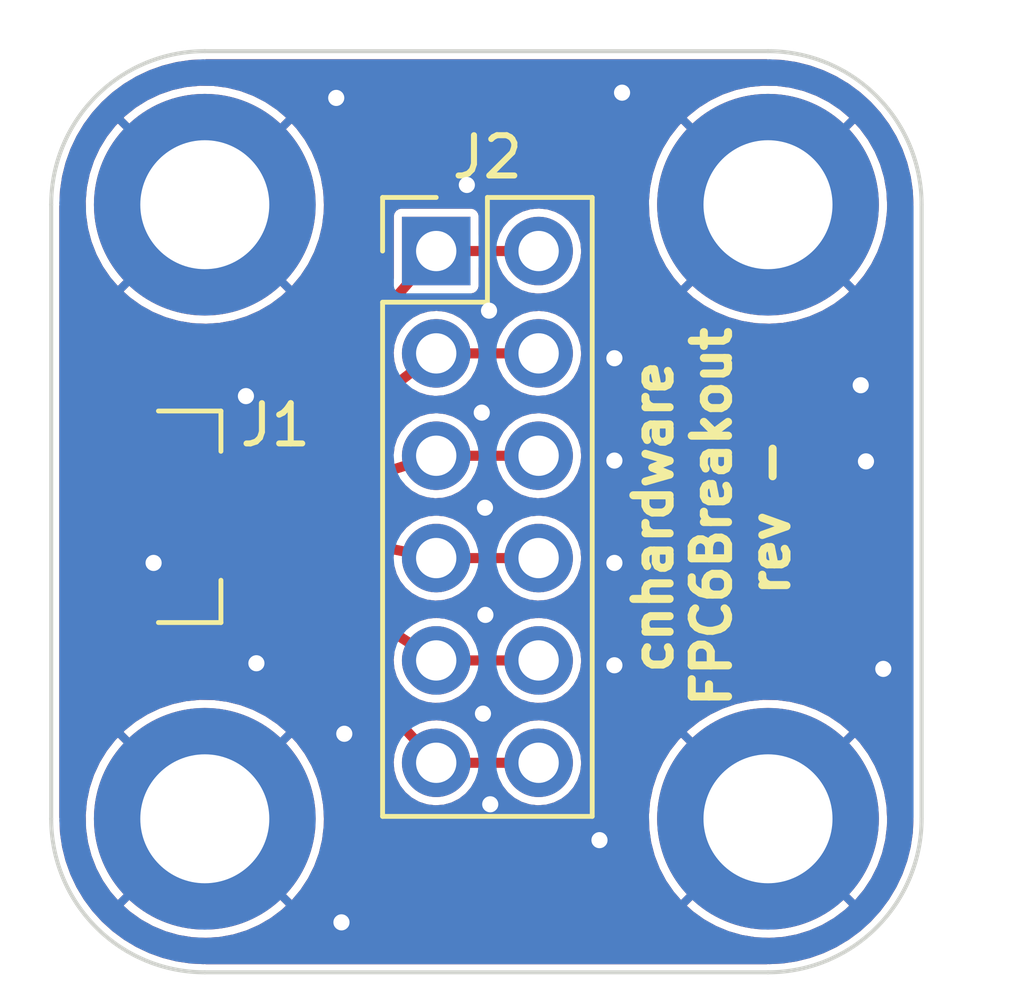
<source format=kicad_pcb>
(kicad_pcb (version 20211014) (generator pcbnew)
  (layers (0 "F.Cu" signal) (31 "B.Cu" signal) (34 "B.Paste" user) (35 "F.Paste" user) (36 "B.SilkS" user "B.Silkscreen") (37 "F.SilkS" user "F.Silkscreen") (38 "B.Mask" user) (39 "F.Mask" user) (44 "Edge.Cuts" user))
  (net 0 "")
  (net 1 "GND")
  (net 2 "Net-(J1-Pad1)")
  (net 3 "Net-(J1-Pad2)")
  (net 4 "Net-(J1-Pad3)")
  (net 5 "Net-(J1-Pad4)")
  (net 6 "Net-(J1-Pad5)")
  (net 7 "Net-(J1-Pad6)")
  (footprint "XCB-FPC-DS-06-0.5mm:XCB-FPC-DS-06-0.5mm" (layer "F.Cu") (at 47.88 52.17 -90)
    (fp_text reference "J1" (at -2.25 -3.4 unlocked) (layer "F.SilkS"))
    (fp_text value "~")
    (fp_line (start 1.6 -2.05) (end 2.65 -2.05) (layer "F.SilkS") (width 0.12))
    (fp_line (start 2.65 -2.05) (end 2.65 -0.5) (layer "F.SilkS") (width 0.12))
    (fp_line (start -2.6 -2.05) (end -1.6 -2.05) (layer "F.SilkS") (width 0.12))
    (fp_line (start -2.6 -0.5) (end -2.6 -2.05) (layer "F.SilkS") (width 0.12))
    (pad "1" smd roundrect (at -1.25 -2.05 90) (size 0.27 0.9) (layers "F.Cu" "F.Paste" "F.Mask") (roundrect_rratio 0.1) (net 2 "Net-(J1-Pad1)"))
    (pad "2" smd roundrect (at -0.75 -2.05 90) (size 0.27 0.9) (layers "F.Cu" "F.Paste" "F.Mask") (roundrect_rratio 0.1) (net 3 "Net-(J1-Pad2)"))
    (pad "3" smd roundrect (at -0.25 -2.05 90) (size 0.27 0.9) (layers "F.Cu" "F.Paste" "F.Mask") (roundrect_rratio 0.1) (net 4 "Net-(J1-Pad3)"))
    (pad "4" smd roundrect (at 0.25 -2.05 90) (size 0.27 0.9) (layers "F.Cu" "F.Paste" "F.Mask") (roundrect_rratio 0.1) (net 5 "Net-(J1-Pad4)"))
    (pad "5" smd roundrect (at 0.75 -2.05 90) (size 0.27 0.9) (layers "F.Cu" "F.Paste" "F.Mask") (roundrect_rratio 0.1) (net 6 "Net-(J1-Pad5)"))
    (pad "6" smd roundrect (at 1.25 -2.05 90) (size 0.27 0.9) (layers "F.Cu" "F.Paste" "F.Mask") (roundrect_rratio 0.1) (net 7 "Net-(J1-Pad6)"))
    (pad "7" smd roundrect (at 2.25 0.1 90) (size 0.4 0.8) (layers "F.Cu" "F.Paste" "F.Mask") (roundrect_rratio 0.1) (net 1 "GND"))
    (pad "7" smd roundrect (at -2.25 0.1 90) (size 0.4 0.8) (layers "F.Cu" "F.Paste" "F.Mask") (roundrect_rratio 0.1) (net 1 "GND"))
  )
  (footprint "MountingHole:MountingHole_3.2mm_M3_ISO14580_Pad" (layer "F.Cu") (at 49.53 44.45)
    (fp_text reference "H4" hide)
    (fp_text value "~")
    (pad "1" thru_hole circle (at 0 0) (size 5.5 5.5) (drill 3.2) (layers *.Cu *.Mask) (net 1 "GND"))
  )
  (footprint "MountingHole:MountingHole_3.2mm_M3_ISO14580_Pad" (layer "F.Cu") (at 49.53 59.69)
    (fp_text reference "H1" hide)
    (fp_text value "~")
    (pad "1" thru_hole circle (at 0 0) (size 5.5 5.5) (drill 3.2) (layers *.Cu *.Mask) (net 1 "GND"))
  )
  (footprint "Connector_PinHeader_2.54mm:PinHeader_2x06_P2.54mm_Vertical" (layer "F.Cu") (at 55.27 45.6)
    (fp_text reference "J2" (at 1.27 -2.33) (layer "F.SilkS"))
    (fp_text value "~")
    (fp_line (start -1.33 1.27) (end 1.27 1.27) (layer "F.SilkS") (width 0.12))
    (fp_line (start 3.87 -1.33) (end 3.87 14.03) (layer "F.SilkS") (width 0.12))
    (fp_line (start 1.27 -1.33) (end 3.87 -1.33) (layer "F.SilkS") (width 0.12))
    (fp_line (start 1.27 1.27) (end 1.27 -1.33) (layer "F.SilkS") (width 0.12))
    (fp_line (start -1.33 0) (end -1.33 -1.33) (layer "F.SilkS") (width 0.12))
    (fp_line (start -1.33 1.27) (end -1.33 14.03) (layer "F.SilkS") (width 0.12))
    (fp_line (start -1.33 -1.33) (end 0 -1.33) (layer "F.SilkS") (width 0.12))
    (fp_line (start -1.33 14.03) (end 3.87 14.03) (layer "F.SilkS") (width 0.12))
    (pad "1" thru_hole rect (at 0 0) (size 1.7 1.7) (drill 1) (layers *.Cu *.Mask) (net 2 "Net-(J1-Pad1)"))
    (pad "2" thru_hole oval (at 2.54 0) (size 1.7 1.7) (drill 1) (layers *.Cu *.Mask) (net 2 "Net-(J1-Pad1)"))
    (pad "3" thru_hole oval (at 0 2.54) (size 1.7 1.7) (drill 1) (layers *.Cu *.Mask) (net 3 "Net-(J1-Pad2)"))
    (pad "4" thru_hole oval (at 2.54 2.54) (size 1.7 1.7) (drill 1) (layers *.Cu *.Mask) (net 3 "Net-(J1-Pad2)"))
    (pad "5" thru_hole oval (at 0 5.08) (size 1.7 1.7) (drill 1) (layers *.Cu *.Mask) (net 4 "Net-(J1-Pad3)"))
    (pad "6" thru_hole oval (at 2.54 5.08) (size 1.7 1.7) (drill 1) (layers *.Cu *.Mask) (net 4 "Net-(J1-Pad3)"))
    (pad "7" thru_hole oval (at 0 7.62) (size 1.7 1.7) (drill 1) (layers *.Cu *.Mask) (net 5 "Net-(J1-Pad4)"))
    (pad "8" thru_hole oval (at 2.54 7.62) (size 1.7 1.7) (drill 1) (layers *.Cu *.Mask) (net 5 "Net-(J1-Pad4)"))
    (pad "9" thru_hole oval (at 0 10.16) (size 1.7 1.7) (drill 1) (layers *.Cu *.Mask) (net 6 "Net-(J1-Pad5)"))
    (pad "10" thru_hole oval (at 2.54 10.16) (size 1.7 1.7) (drill 1) (layers *.Cu *.Mask) (net 6 "Net-(J1-Pad5)"))
    (pad "11" thru_hole oval (at 0 12.7) (size 1.7 1.7) (drill 1) (layers *.Cu *.Mask) (net 7 "Net-(J1-Pad6)"))
    (pad "12" thru_hole oval (at 2.54 12.7) (size 1.7 1.7) (drill 1) (layers *.Cu *.Mask) (net 7 "Net-(J1-Pad6)"))
  )
  (footprint "MountingHole:MountingHole_3.2mm_M3_ISO14580_Pad" (layer "F.Cu") (at 63.5 59.69)
    (fp_text reference "H2" hide)
    (fp_text value "~")
    (pad "1" thru_hole circle (at 0 0) (size 5.5 5.5) (drill 3.2) (layers *.Cu *.Mask) (net 1 "GND"))
  )
  (footprint "MountingHole:MountingHole_3.2mm_M3_ISO14580_Pad" (layer "F.Cu") (at 63.5 44.45)
    (fp_text reference "H3" hide)
    (fp_text value "~" hide)
    (pad "1" thru_hole circle (at 0 0) (size 5.5 5.5) (drill 3.2) (layers *.Cu *.Mask) (net 1 "GND"))
  )
  (gr_arc (start 67.31 59.69) (mid 66.194077 62.384077) (end 63.5 63.5) (layer "Edge.Cuts") (width 0.1))
  (gr_line (start 63.5 63.5) (end 49.53 63.5) (layer "Edge.Cuts") (width 0.1))
  (gr_arc (start 63.5 40.64) (mid 66.194077 41.755923) (end 67.31 44.45) (layer "Edge.Cuts") (width 0.1))
  (gr_line (start 63.5 40.64) (end 49.53 40.64) (layer "Edge.Cuts") (width 0.1))
  (gr_arc (start 45.72 44.45) (mid 46.835923 41.755923) (end 49.53 40.64) (layer "Edge.Cuts") (width 0.1))
  (gr_arc (start 49.53 63.5) (mid 46.835923 62.384077) (end 45.72 59.69) (layer "Edge.Cuts") (width 0.1))
  (gr_line (start 45.72 44.45) (end 45.72 59.69) (layer "Edge.Cuts") (width 0.1))
  (gr_line (start 67.31 59.69) (end 67.31 44.45) (layer "Edge.Cuts") (width 0.1))
  (gr_text "cnhardware\nFPC6Breakout\nrev -" (at 62.103 52.197 90) (layer "F.SilkS") (effects (font (size 0.9 0.9) (thickness 0.2))))
  (via (at 56.58 47.08) (size 0.8) (drill 0.4) (layers "F.Cu" "B.Cu") (net 1))
  (via (at 56.61 59.33) (size 0.8) (drill 0.4) (layers "F.Cu" "B.Cu") (net 1))
  (via (at 56.49 54.63) (size 0.8) (drill 0.4) (layers "F.Cu" "B.Cu") (net 1))
  (via (at 56.03 43.96) (size 0.8) (drill 0.4) (layers "F.Cu" "B.Cu") (net 1))
  (via (at 59.69 55.88) (size 0.8) (drill 0.4) (layers "F.Cu" "B.Cu") (net 1))
  (via (at 59.69 53.34) (size 0.8) (drill 0.4) (layers "F.Cu" "B.Cu") (net 1))
  (via (at 52.92 62.26) (size 0.8) (drill 0.4) (layers "F.Cu" "B.Cu") (net 1))
  (via (at 66.36 55.97) (size 0.8) (drill 0.4) (layers "F.Cu" "B.Cu") (net 1))
  (via (at 56.4 49.61) (size 0.8) (drill 0.4) (layers "F.Cu" "B.Cu") (net 1))
  (via (at 59.88 41.67) (size 0.8) (drill 0.4) (layers "F.Cu" "B.Cu") (net 1))
  (via (at 65.8 48.93) (size 0.8) (drill 0.4) (layers "F.Cu" "B.Cu") (net 1))
  (via (at 65.93 50.82) (size 0.8) (drill 0.4) (layers "F.Cu" "B.Cu") (net 1))
  (via (at 52.99 57.58) (size 0.8) (drill 0.4) (layers "F.Cu" "B.Cu") (net 1))
  (via (at 56.43 57.08) (size 0.8) (drill 0.4) (layers "F.Cu" "B.Cu") (net 1))
  (via (at 56.48 51.97) (size 0.8) (drill 0.4) (layers "F.Cu" "B.Cu") (net 1))
  (via (at 50.55 49.2) (size 0.8) (drill 0.4) (layers "F.Cu" "B.Cu") (net 1))
  (via (at 48.26 53.34) (size 0.8) (drill 0.4) (layers "F.Cu" "B.Cu") (net 1))
  (via (at 52.79 41.8) (size 0.8) (drill 0.4) (layers "F.Cu" "B.Cu") (net 1))
  (via (at 50.81 55.83) (size 0.8) (drill 0.4) (layers "F.Cu" "B.Cu") (net 1))
  (via (at 59.69 48.26) (size 0.8) (drill 0.4) (layers "F.Cu" "B.Cu") (net 1))
  (via (at 59.32 60.22) (size 0.8) (drill 0.4) (layers "F.Cu" "B.Cu") (net 1))
  (via (at 59.69 50.8) (size 0.8) (drill 0.4) (layers "F.Cu" "B.Cu") (net 1))
  (segment (start 55.27 45.6) (end 57.81 45.6) (width 0.25) (layer "F.Cu") (net 2))
  (segment (start 50.63 50.92) (end 55.27 45.6) (width 0.25) (layer "F.Cu") (net 2))
  (segment (start 49.94 50.92) (end 50.63 50.92) (width 0.25) (layer "F.Cu") (net 2))
  (segment (start 50.99 51.42) (end 49.94 51.42) (width 0.25) (layer "F.Cu") (net 3))
  (segment (start 57.81 48.14) (end 55.27 48.14) (width 0.25) (layer "F.Cu") (net 3))
  (segment (start 55.27 48.14) (end 50.99 51.42) (width 0.25) (layer "F.Cu") (net 3))
  (segment (start 51.41 51.92) (end 55.27 50.68) (width 0.25) (layer "F.Cu") (net 4))
  (segment (start 49.94 51.92) (end 51.41 51.92) (width 0.25) (layer "F.Cu") (net 4))
  (segment (start 55.27 50.68) (end 57.81 50.68) (width 0.25) (layer "F.Cu") (net 4))
  (segment (start 57.81 53.22) (end 55.27 53.22) (width 0.25) (layer "F.Cu") (net 5))
  (segment (start 51.37 52.42) (end 49.94 52.42) (width 0.25) (layer "F.Cu") (net 5))
  (segment (start 55.27 53.22) (end 51.37 52.42) (width 0.25) (layer "F.Cu") (net 5))
  (segment (start 57.81 55.76) (end 55.27 55.76) (width 0.25) (layer "F.Cu") (net 6))
  (segment (start 50.92 52.92) (end 55.27 55.76) (width 0.25) (layer "F.Cu") (net 6))
  (segment (start 49.94 52.92) (end 50.92 52.92) (width 0.25) (layer "F.Cu") (net 6))
  (segment (start 55.27 58.3) (end 50.77 53.43) (width 0.25) (layer "F.Cu") (net 7))
  (segment (start 57.81 58.3) (end 55.27 58.3) (width 0.25) (layer "F.Cu") (net 7))
  (segment (start 50.77 53.43) (end 49.94 53.42) (width 0.25) (layer "F.Cu") (net 7))
  (zone (net 1) (net_name "GND") (layers F&B.Cu) (connect_pads (clearance 0.2)) (min_thickness 0.2) (fill yes (thermal_gap 0.2) (thermal_bridge_width 0.2))
    (polygon (pts (xy 69.85 63.5) (xy 44.45 63.5) (xy 44.45 39.37) (xy 69.85 39.37)))
  )
)
</source>
